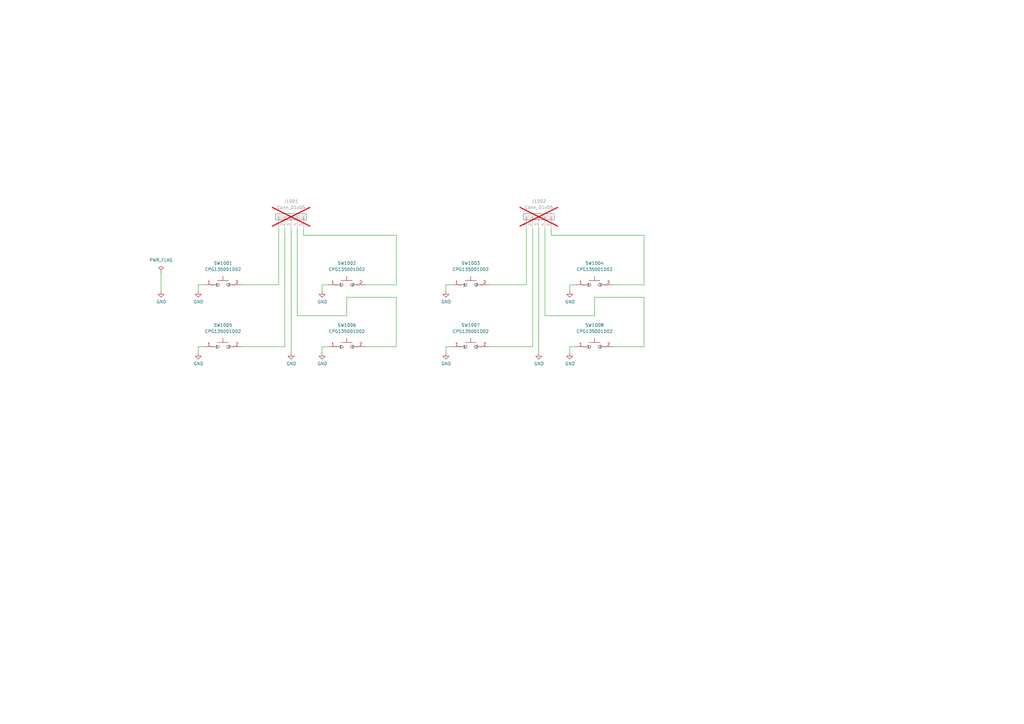
<source format=kicad_sch>
(kicad_sch (version 20230121) (generator eeschema)
  (paper "A3")
  (lib_symbols
    (symbol "Connector_Generic:Conn_01x05" (pin_names (offset 1.016) hide)
      (property "Reference" "J" (at 0 7.62 0))
      (property "Value" "Conn_01x05" (at 0 -7.62 0))
      (symbol "Conn_01x05_1_1"
        (rectangle (start -1.27 -4.953) (end 0 -5.207) (stroke (width 0.1524)))
        (rectangle (start -1.27 -2.413) (end 0 -2.667) (stroke (width 0.1524)))
        (rectangle (start -1.27 0.127) (end 0 -0.127) (stroke (width 0.1524)))
        (rectangle (start -1.27 2.667) (end 0 2.413) (stroke (width 0.1524)))
        (rectangle (start -1.27 5.207) (end 0 4.953) (stroke (width 0.1524)))
        (rectangle (start -1.27 6.35) (end 1.27 -6.35) (stroke (width 0.254)) (fill (type background)))
        (pin passive line (at -5.08 5.08 0) (length 3.81) (name "Pin_1") (number "1"))
        (pin passive line (at -5.08 2.54 0) (length 3.81) (name "Pin_2") (number "2"))
        (pin passive line (at -5.08 0 0) (length 3.81) (name "Pin_3") (number "3"))
        (pin passive line (at -5.08 -2.54 0) (length 3.81) (name "Pin_4") (number "4"))
        (pin passive line (at -5.08 -5.08 0) (length 3.81) (name "Pin_5") (number "5"))
      )
    )
    (symbol "power:GND" (power) (pin_names (offset 0))
      (property "Value" "GND" (at 0 -3.81 0))
      (symbol "GND_0_1"
        (polyline (pts (xy 0 0) (xy 0 -1.27) (xy 1.27 -1.27) (xy 0 -2.54) (xy -1.27 -1.27) (xy 0 -1.27)))
      )
      (symbol "GND_1_1"
        (pin power_in line (at 0 0 270) (length 0) hide (name "GND") (number "1"))
      )
    )
    (symbol "power:PWR_FLAG" (power) (pin_numbers hide) (pin_names (offset 0) hide)
      (property "Value" "PWR_FLAG" (at 0 3.81 0))
      (symbol "PWR_FLAG_0_0"
        (pin power_out line (at 0 0 90) (length 0) (name "pwr") (number "1"))
      )
      (symbol "PWR_FLAG_0_1"
        (polyline (pts (xy 0 0) (xy 0 1.27) (xy -1.016 1.905) (xy 0 2.54) (xy 1.016 1.905) (xy 0 1.27)))
      )
    )
    (symbol "suku_basics:CPG135001D02"
      (property "Reference" "SW" (at 0 2.54 0))
      (property "Value" "CPG135001D02" (at 0 -7.62 0))
      (symbol "CPG135001D02_0_1"
        (circle (center -2.03 -2.54) (radius 0.51))
        (polyline (pts (xy -5.08 -2.54) (xy -2.54 -2.54)))
        (polyline (pts (xy -2.29 -0.76) (xy 2.29 -0.76)))
        (polyline (pts (xy 0 -0.76) (xy 0 1.02)))
        (polyline (pts (xy 5.08 -2.54) (xy 2.54 -2.54)))
        (circle (center 2.03 -2.54) (radius 0.51))
        (pin unspecified line (at -7.62 -2.54 0) (length 3.81) (name "1") (number "1"))
        (pin unspecified line (at 7.62 -2.54 180) (length 3.81) (name "2") (number "2"))
      )
    )
  )
  (wire (pts (xy 251.46 142.24) (xy 264.16 142.24)))
  (wire (pts (xy 251.46 116.84) (xy 264.16 116.84)))
  (wire (pts (xy 220.98 93.98) (xy 220.98 144.78)))
  (wire (pts (xy 114.3 116.84) (xy 114.3 93.98)))
  (wire (pts (xy 81.28 116.84) (xy 81.28 119.38)))
  (wire (pts (xy 116.84 142.24) (xy 116.84 93.98)))
  (wire (pts (xy 182.88 116.84) (xy 182.88 119.38)))
  (wire (pts (xy 121.92 129.54) (xy 121.92 93.98)))
  (wire (pts (xy 149.86 116.84) (xy 162.56 116.84)))
  (wire (pts (xy 66.04 111.76) (xy 66.04 119.38)))
  (wire (pts (xy 124.46 96.52) (xy 124.46 93.98)))
  (wire (pts (xy 223.52 129.54) (xy 223.52 93.98)))
  (wire (pts (xy 132.08 116.84) (xy 132.08 119.38)))
  (wire (pts (xy 149.86 142.24) (xy 162.56 142.24)))
  (wire (pts (xy 264.16 142.24) (xy 264.16 121.92)))
  (wire (pts (xy 226.06 96.52) (xy 226.06 93.98)))
  (wire (pts (xy 132.08 142.24) (xy 132.08 144.78)))
  (wire (pts (xy 185.42 142.24) (xy 182.88 142.24)))
  (wire (pts (xy 142.24 129.54) (xy 121.92 129.54)))
  (wire (pts (xy 83.82 116.84) (xy 81.28 116.84)))
  (wire (pts (xy 99.06 142.24) (xy 116.84 142.24)))
  (wire (pts (xy 236.22 142.24) (xy 233.68 142.24)))
  (wire (pts (xy 182.88 142.24) (xy 182.88 144.78)))
  (wire (pts (xy 99.06 116.84) (xy 114.3 116.84)))
  (wire (pts (xy 142.24 121.92) (xy 142.24 129.54)))
  (wire (pts (xy 162.56 96.52) (xy 124.46 96.52)))
  (wire (pts (xy 83.82 142.24) (xy 81.28 142.24)))
  (wire (pts (xy 162.56 142.24) (xy 162.56 121.92)))
  (wire (pts (xy 162.56 121.92) (xy 142.24 121.92)))
  (wire (pts (xy 243.84 129.54) (xy 223.52 129.54)))
  (wire (pts (xy 236.22 116.84) (xy 233.68 116.84)))
  (wire (pts (xy 233.68 142.24) (xy 233.68 144.78)))
  (wire (pts (xy 218.44 142.24) (xy 218.44 93.98)))
  (wire (pts (xy 200.66 142.24) (xy 218.44 142.24)))
  (wire (pts (xy 233.68 116.84) (xy 233.68 119.38)))
  (wire (pts (xy 119.38 93.98) (xy 119.38 144.78)))
  (wire (pts (xy 264.16 116.84) (xy 264.16 96.52)))
  (wire (pts (xy 185.42 116.84) (xy 182.88 116.84)))
  (wire (pts (xy 134.62 142.24) (xy 132.08 142.24)))
  (wire (pts (xy 134.62 116.84) (xy 132.08 116.84)))
  (wire (pts (xy 264.16 121.92) (xy 243.84 121.92)))
  (wire (pts (xy 264.16 96.52) (xy 226.06 96.52)))
  (wire (pts (xy 81.28 142.24) (xy 81.28 144.78)))
  (wire (pts (xy 162.56 116.84) (xy 162.56 96.52)))
  (wire (pts (xy 243.84 121.92) (xy 243.84 129.54)))
  (wire (pts (xy 200.66 116.84) (xy 215.9 116.84)))
  (wire (pts (xy 215.9 116.84) (xy 215.9 93.98)))
  (symbol (lib_id "power:GND") (at 233.68 144.78 0) (unit 1)
    (property "Reference" "#PWR01016" (effects hide))
    (property "Value" "GND" (at 233.807 149.1742 0))
  )
  (symbol (lib_id "suku_basics:CPG135001D02") (at 142.24 114.3 0) (unit 1)
    (property "Reference" "SW1002" (at 142.24 107.95 0))
    (property "Value" "CPG135001D02" (at 142.24 110.49 0))
    (property "Footprint" "suku_basics:KEY-TH_CPG135001D0X" (effects hide))
    (property "Datasheet" "https://lcsc.com/product-detail/Tactile-Switches_Kailh-CPG135001D02_C400230.html" (effects hide))
    (property "LCSC Part" "C400230" (effects hide))
  )
  (symbol (lib_id "power:GND") (at 182.88 144.78 0) (unit 1)
    (property "Reference" "#PWR01015" (effects hide))
    (property "Value" "GND" (at 183.007 149.1742 0))
  )
  (symbol (lib_id "suku_basics:CPG135001D02") (at 243.84 139.7 0) (unit 1)
    (property "Reference" "SW1008" (at 243.84 133.35 0))
    (property "Value" "CPG135001D02" (at 243.84 135.89 0))
    (property "Footprint" "suku_basics:KEY-TH_CPG135001D0X" (effects hide))
    (property "Datasheet" "https://lcsc.com/product-detail/Tactile-Switches_Kailh-CPG135001D02_C400230.html" (effects hide))
    (property "LCSC Part" "C400230" (effects hide))
  )
  (symbol (lib_id "power:GND") (at 66.04 119.38 0) (unit 1)
    (property "Reference" "#PWR01001" (effects hide))
    (property "Value" "GND" (at 66.167 123.7742 0))
  )
  (symbol (lib_id "power:GND") (at 81.28 144.78 0) (unit 1)
    (property "Reference" "#PWR01013" (effects hide))
    (property "Value" "GND" (at 81.407 149.1742 0))
  )
  (symbol (lib_id "suku_basics:CPG135001D02") (at 142.24 139.7 0) (unit 1)
    (property "Reference" "SW1006" (at 142.24 133.35 0))
    (property "Value" "CPG135001D02" (at 142.24 135.89 0))
    (property "Footprint" "suku_basics:KEY-TH_CPG135001D0X" (effects hide))
    (property "Datasheet" "https://lcsc.com/product-detail/Tactile-Switches_Kailh-CPG135001D02_C400230.html" (effects hide))
    (property "LCSC Part" "C400230" (effects hide))
  )
  (symbol (lib_id "power:GND") (at 220.98 144.78 0) (unit 1)
    (property "Reference" "#PWR01018" (effects hide))
    (property "Value" "GND" (at 221.107 149.1742 0))
  )
  (symbol (lib_id "suku_basics:CPG135001D02") (at 91.44 139.7 0) (unit 1)
    (property "Reference" "SW1005" (at 91.44 133.35 0))
    (property "Value" "CPG135001D02" (at 91.44 135.89 0))
    (property "Footprint" "suku_basics:KEY-TH_CPG135001D0X" (effects hide))
    (property "Datasheet" "https://lcsc.com/product-detail/Tactile-Switches_Kailh-CPG135001D02_C400230.html" (effects hide))
    (property "LCSC Part" "C400230" (effects hide))
  )
  (symbol (lib_id "power:GND") (at 233.68 119.38 0) (unit 1)
    (property "Reference" "#PWR01008" (effects hide))
    (property "Value" "GND" (at 233.807 123.7742 0))
  )
  (symbol (lib_id "power:GND") (at 132.08 144.78 0) (unit 1)
    (property "Reference" "#PWR01014" (effects hide))
    (property "Value" "GND" (at 132.207 149.1742 0))
  )
  (symbol (lib_id "power:GND") (at 182.88 119.38 0) (unit 1)
    (property "Reference" "#PWR01007" (effects hide))
    (property "Value" "GND" (at 183.007 123.7742 0))
  )
  (symbol (lib_id "power:GND") (at 132.08 119.38 0) (unit 1)
    (property "Reference" "#PWR01006" (effects hide))
    (property "Value" "GND" (at 132.207 123.7742 0))
  )
  (symbol (lib_id "power:PWR_FLAG") (at 66.04 111.76 0) (unit 1)
    (property "Reference" "#FLG01001" (effects hide))
    (property "Value" "PWR_FLAG" (at 66.04 106.68 0))
  )
  (symbol (lib_id "suku_basics:CPG135001D02") (at 91.44 114.3 0) (unit 1)
    (property "Reference" "SW1001" (at 91.44 107.95 0))
    (property "Value" "CPG135001D02" (at 91.44 110.49 0))
    (property "Footprint" "suku_basics:KEY-TH_CPG135001D0X" (effects hide))
    (property "Datasheet" "https://lcsc.com/product-detail/Tactile-Switches_Kailh-CPG135001D02_C400230.html" (effects hide))
    (property "LCSC Part" "C400230" (effects hide))
  )
  (symbol (lib_id "suku_basics:CPG135001D02") (at 193.04 139.7 0) (unit 1)
    (property "Reference" "SW1007" (at 193.04 133.35 0))
    (property "Value" "CPG135001D02" (at 193.04 135.89 0))
    (property "Footprint" "suku_basics:KEY-TH_CPG135001D0X" (effects hide))
    (property "Datasheet" "https://lcsc.com/product-detail/Tactile-Switches_Kailh-CPG135001D02_C400230.html" (effects hide))
    (property "LCSC Part" "C400230" (effects hide))
  )
  (symbol (lib_id "power:GND") (at 81.28 119.38 0) (unit 1)
    (property "Reference" "#PWR01005" (effects hide))
    (property "Value" "GND" (at 81.407 123.7742 0))
  )
  (symbol (lib_id "power:GND") (at 119.38 144.78 0) (unit 1)
    (property "Reference" "#PWR01017" (effects hide))
    (property "Value" "GND" (at 119.507 149.1742 0))
  )
  (symbol (lib_id "Connector_Generic:Conn_01x05") (at 220.98 88.9 90) (unit 1) (dnp yes)
    (property "Reference" "J1002" (at 220.98 82.55 90))
    (property "Value" "Conn_01x05" (at 220.98 85.09 90))
    (property "Footprint" "Connector_PinHeader_2.54mm:PinHeader_1x05_P2.54mm_Vertical" (effects hide))
  )
  (symbol (lib_id "suku_basics:CPG135001D02") (at 193.04 114.3 0) (unit 1)
    (property "Reference" "SW1003" (at 193.04 107.95 0))
    (property "Value" "CPG135001D02" (at 193.04 110.49 0))
    (property "Footprint" "suku_basics:KEY-TH_CPG135001D0X" (effects hide))
    (property "Datasheet" "https://lcsc.com/product-detail/Tactile-Switches_Kailh-CPG135001D02_C400230.html" (effects hide))
    (property "LCSC Part" "C400230" (effects hide))
  )
  (symbol (lib_id "Connector_Generic:Conn_01x05") (at 119.38 88.9 90) (unit 1) (dnp yes)
    (property "Reference" "J1001" (at 119.38 82.55 90))
    (property "Value" "Conn_01x05" (at 119.38 85.09 90))
    (property "Footprint" "Connector_PinHeader_2.54mm:PinHeader_1x05_P2.54mm_Vertical" (effects hide))
  )
  (symbol (lib_id "suku_basics:CPG135001D02") (at 243.84 114.3 0) (unit 1)
    (property "Reference" "SW1004" (at 243.84 107.95 0))
    (property "Value" "CPG135001D02" (at 243.84 110.49 0))
    (property "Footprint" "suku_basics:KEY-TH_CPG135001D0X" (effects hide))
    (property "Datasheet" "https://lcsc.com/product-detail/Tactile-Switches_Kailh-CPG135001D02_C400230.html" (effects hide))
    (property "LCSC Part" "C400230" (effects hide))
  )
)
</source>
